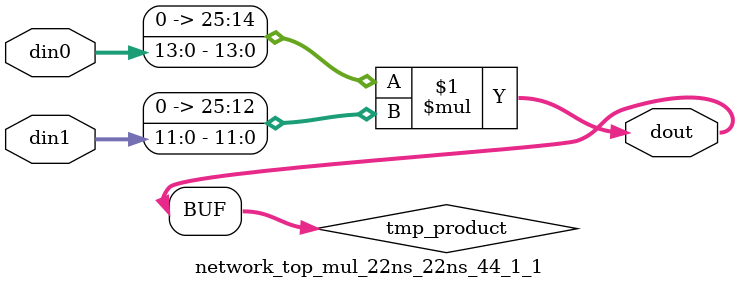
<source format=v>

`timescale 1 ns / 1 ps

  module network_top_mul_22ns_22ns_44_1_1(din0, din1, dout);
parameter ID = 1;
parameter NUM_STAGE = 0;
parameter din0_WIDTH = 14;
parameter din1_WIDTH = 12;
parameter dout_WIDTH = 26;

input [din0_WIDTH - 1 : 0] din0; 
input [din1_WIDTH - 1 : 0] din1; 
output [dout_WIDTH - 1 : 0] dout;

wire signed [dout_WIDTH - 1 : 0] tmp_product;










assign tmp_product = $signed({1'b0, din0}) * $signed({1'b0, din1});











assign dout = tmp_product;







endmodule

</source>
